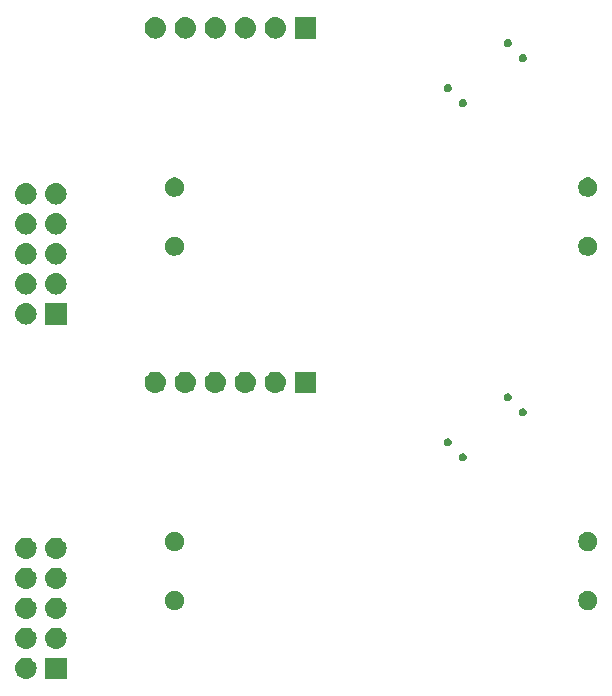
<source format=gbs>
G04 #@! TF.GenerationSoftware,KiCad,Pcbnew,(5.1.4-0)*
G04 #@! TF.CreationDate,2019-09-26T23:54:48+09:00*
G04 #@! TF.ProjectId,PiRoombaBoard_ALL,5069526f-6f6d-4626-9142-6f6172645f41,1*
G04 #@! TF.SameCoordinates,PX490d2c0PY808e280*
G04 #@! TF.FileFunction,Soldermask,Bot*
G04 #@! TF.FilePolarity,Negative*
%FSLAX46Y46*%
G04 Gerber Fmt 4.6, Leading zero omitted, Abs format (unit mm)*
G04 Created by KiCad (PCBNEW (5.1.4-0)) date 2019-09-26 23:54:48*
%MOMM*%
%LPD*%
G04 APERTURE LIST*
%ADD10C,0.100000*%
G04 APERTURE END LIST*
D10*
G36*
X6456000Y1559000D02*
G01*
X4654000Y1559000D01*
X4654000Y3361000D01*
X6456000Y3361000D01*
X6456000Y1559000D01*
X6456000Y1559000D01*
G37*
G36*
X3125443Y3354481D02*
G01*
X3191627Y3347963D01*
X3361466Y3296443D01*
X3517991Y3212778D01*
X3553729Y3183448D01*
X3655186Y3100186D01*
X3738448Y2998729D01*
X3767778Y2962991D01*
X3851443Y2806466D01*
X3902963Y2636627D01*
X3920359Y2460000D01*
X3902963Y2283373D01*
X3851443Y2113534D01*
X3767778Y1957009D01*
X3738448Y1921271D01*
X3655186Y1819814D01*
X3553729Y1736552D01*
X3517991Y1707222D01*
X3361466Y1623557D01*
X3191627Y1572037D01*
X3125442Y1565518D01*
X3059260Y1559000D01*
X2970740Y1559000D01*
X2904558Y1565518D01*
X2838373Y1572037D01*
X2668534Y1623557D01*
X2512009Y1707222D01*
X2476271Y1736552D01*
X2374814Y1819814D01*
X2291552Y1921271D01*
X2262222Y1957009D01*
X2178557Y2113534D01*
X2127037Y2283373D01*
X2109641Y2460000D01*
X2127037Y2636627D01*
X2178557Y2806466D01*
X2262222Y2962991D01*
X2291552Y2998729D01*
X2374814Y3100186D01*
X2476271Y3183448D01*
X2512009Y3212778D01*
X2668534Y3296443D01*
X2838373Y3347963D01*
X2904557Y3354481D01*
X2970740Y3361000D01*
X3059260Y3361000D01*
X3125443Y3354481D01*
X3125443Y3354481D01*
G37*
G36*
X3125442Y5894482D02*
G01*
X3191627Y5887963D01*
X3361466Y5836443D01*
X3517991Y5752778D01*
X3553729Y5723448D01*
X3655186Y5640186D01*
X3738448Y5538729D01*
X3767778Y5502991D01*
X3851443Y5346466D01*
X3902963Y5176627D01*
X3920359Y5000000D01*
X3902963Y4823373D01*
X3851443Y4653534D01*
X3767778Y4497009D01*
X3738448Y4461271D01*
X3655186Y4359814D01*
X3553729Y4276552D01*
X3517991Y4247222D01*
X3361466Y4163557D01*
X3191627Y4112037D01*
X3125442Y4105518D01*
X3059260Y4099000D01*
X2970740Y4099000D01*
X2904558Y4105518D01*
X2838373Y4112037D01*
X2668534Y4163557D01*
X2512009Y4247222D01*
X2476271Y4276552D01*
X2374814Y4359814D01*
X2291552Y4461271D01*
X2262222Y4497009D01*
X2178557Y4653534D01*
X2127037Y4823373D01*
X2109641Y5000000D01*
X2127037Y5176627D01*
X2178557Y5346466D01*
X2262222Y5502991D01*
X2291552Y5538729D01*
X2374814Y5640186D01*
X2476271Y5723448D01*
X2512009Y5752778D01*
X2668534Y5836443D01*
X2838373Y5887963D01*
X2904558Y5894482D01*
X2970740Y5901000D01*
X3059260Y5901000D01*
X3125442Y5894482D01*
X3125442Y5894482D01*
G37*
G36*
X5665442Y5894482D02*
G01*
X5731627Y5887963D01*
X5901466Y5836443D01*
X6057991Y5752778D01*
X6093729Y5723448D01*
X6195186Y5640186D01*
X6278448Y5538729D01*
X6307778Y5502991D01*
X6391443Y5346466D01*
X6442963Y5176627D01*
X6460359Y5000000D01*
X6442963Y4823373D01*
X6391443Y4653534D01*
X6307778Y4497009D01*
X6278448Y4461271D01*
X6195186Y4359814D01*
X6093729Y4276552D01*
X6057991Y4247222D01*
X5901466Y4163557D01*
X5731627Y4112037D01*
X5665442Y4105518D01*
X5599260Y4099000D01*
X5510740Y4099000D01*
X5444558Y4105518D01*
X5378373Y4112037D01*
X5208534Y4163557D01*
X5052009Y4247222D01*
X5016271Y4276552D01*
X4914814Y4359814D01*
X4831552Y4461271D01*
X4802222Y4497009D01*
X4718557Y4653534D01*
X4667037Y4823373D01*
X4649641Y5000000D01*
X4667037Y5176627D01*
X4718557Y5346466D01*
X4802222Y5502991D01*
X4831552Y5538729D01*
X4914814Y5640186D01*
X5016271Y5723448D01*
X5052009Y5752778D01*
X5208534Y5836443D01*
X5378373Y5887963D01*
X5444558Y5894482D01*
X5510740Y5901000D01*
X5599260Y5901000D01*
X5665442Y5894482D01*
X5665442Y5894482D01*
G37*
G36*
X3125442Y8434482D02*
G01*
X3191627Y8427963D01*
X3361466Y8376443D01*
X3517991Y8292778D01*
X3539562Y8275075D01*
X3655186Y8180186D01*
X3738448Y8078729D01*
X3767778Y8042991D01*
X3851443Y7886466D01*
X3902963Y7716627D01*
X3920359Y7540000D01*
X3902963Y7363373D01*
X3851443Y7193534D01*
X3767778Y7037009D01*
X3738448Y7001271D01*
X3655186Y6899814D01*
X3553729Y6816552D01*
X3517991Y6787222D01*
X3361466Y6703557D01*
X3191627Y6652037D01*
X3125442Y6645518D01*
X3059260Y6639000D01*
X2970740Y6639000D01*
X2904558Y6645518D01*
X2838373Y6652037D01*
X2668534Y6703557D01*
X2512009Y6787222D01*
X2476271Y6816552D01*
X2374814Y6899814D01*
X2291552Y7001271D01*
X2262222Y7037009D01*
X2178557Y7193534D01*
X2127037Y7363373D01*
X2109641Y7540000D01*
X2127037Y7716627D01*
X2178557Y7886466D01*
X2262222Y8042991D01*
X2291552Y8078729D01*
X2374814Y8180186D01*
X2490438Y8275075D01*
X2512009Y8292778D01*
X2668534Y8376443D01*
X2838373Y8427963D01*
X2904558Y8434482D01*
X2970740Y8441000D01*
X3059260Y8441000D01*
X3125442Y8434482D01*
X3125442Y8434482D01*
G37*
G36*
X5665442Y8434482D02*
G01*
X5731627Y8427963D01*
X5901466Y8376443D01*
X6057991Y8292778D01*
X6079562Y8275075D01*
X6195186Y8180186D01*
X6278448Y8078729D01*
X6307778Y8042991D01*
X6391443Y7886466D01*
X6442963Y7716627D01*
X6460359Y7540000D01*
X6442963Y7363373D01*
X6391443Y7193534D01*
X6307778Y7037009D01*
X6278448Y7001271D01*
X6195186Y6899814D01*
X6093729Y6816552D01*
X6057991Y6787222D01*
X5901466Y6703557D01*
X5731627Y6652037D01*
X5665442Y6645518D01*
X5599260Y6639000D01*
X5510740Y6639000D01*
X5444558Y6645518D01*
X5378373Y6652037D01*
X5208534Y6703557D01*
X5052009Y6787222D01*
X5016271Y6816552D01*
X4914814Y6899814D01*
X4831552Y7001271D01*
X4802222Y7037009D01*
X4718557Y7193534D01*
X4667037Y7363373D01*
X4649641Y7540000D01*
X4667037Y7716627D01*
X4718557Y7886466D01*
X4802222Y8042991D01*
X4831552Y8078729D01*
X4914814Y8180186D01*
X5030438Y8275075D01*
X5052009Y8292778D01*
X5208534Y8376443D01*
X5378373Y8427963D01*
X5444558Y8434482D01*
X5510740Y8441000D01*
X5599260Y8441000D01*
X5665442Y8434482D01*
X5665442Y8434482D01*
G37*
G36*
X50827142Y8976758D02*
G01*
X50975101Y8915471D01*
X51108255Y8826501D01*
X51221501Y8713255D01*
X51310471Y8580101D01*
X51371758Y8432142D01*
X51403000Y8275075D01*
X51403000Y8114925D01*
X51371758Y7957858D01*
X51310471Y7809899D01*
X51221501Y7676745D01*
X51108255Y7563499D01*
X50975101Y7474529D01*
X50827142Y7413242D01*
X50670075Y7382000D01*
X50509925Y7382000D01*
X50352858Y7413242D01*
X50204899Y7474529D01*
X50071745Y7563499D01*
X49958499Y7676745D01*
X49869529Y7809899D01*
X49808242Y7957858D01*
X49777000Y8114925D01*
X49777000Y8275075D01*
X49808242Y8432142D01*
X49869529Y8580101D01*
X49958499Y8713255D01*
X50071745Y8826501D01*
X50204899Y8915471D01*
X50352858Y8976758D01*
X50509925Y9008000D01*
X50670075Y9008000D01*
X50827142Y8976758D01*
X50827142Y8976758D01*
G37*
G36*
X15827142Y8976758D02*
G01*
X15975101Y8915471D01*
X16108255Y8826501D01*
X16221501Y8713255D01*
X16310471Y8580101D01*
X16371758Y8432142D01*
X16403000Y8275075D01*
X16403000Y8114925D01*
X16371758Y7957858D01*
X16310471Y7809899D01*
X16221501Y7676745D01*
X16108255Y7563499D01*
X15975101Y7474529D01*
X15827142Y7413242D01*
X15670075Y7382000D01*
X15509925Y7382000D01*
X15352858Y7413242D01*
X15204899Y7474529D01*
X15071745Y7563499D01*
X14958499Y7676745D01*
X14869529Y7809899D01*
X14808242Y7957858D01*
X14777000Y8114925D01*
X14777000Y8275075D01*
X14808242Y8432142D01*
X14869529Y8580101D01*
X14958499Y8713255D01*
X15071745Y8826501D01*
X15204899Y8915471D01*
X15352858Y8976758D01*
X15509925Y9008000D01*
X15670075Y9008000D01*
X15827142Y8976758D01*
X15827142Y8976758D01*
G37*
G36*
X5665443Y10974481D02*
G01*
X5731627Y10967963D01*
X5901466Y10916443D01*
X6057991Y10832778D01*
X6093729Y10803448D01*
X6195186Y10720186D01*
X6278448Y10618729D01*
X6307778Y10582991D01*
X6391443Y10426466D01*
X6442963Y10256627D01*
X6460359Y10080000D01*
X6442963Y9903373D01*
X6391443Y9733534D01*
X6307778Y9577009D01*
X6278448Y9541271D01*
X6195186Y9439814D01*
X6093729Y9356552D01*
X6057991Y9327222D01*
X5901466Y9243557D01*
X5731627Y9192037D01*
X5665443Y9185519D01*
X5599260Y9179000D01*
X5510740Y9179000D01*
X5444557Y9185519D01*
X5378373Y9192037D01*
X5208534Y9243557D01*
X5052009Y9327222D01*
X5016271Y9356552D01*
X4914814Y9439814D01*
X4831552Y9541271D01*
X4802222Y9577009D01*
X4718557Y9733534D01*
X4667037Y9903373D01*
X4649641Y10080000D01*
X4667037Y10256627D01*
X4718557Y10426466D01*
X4802222Y10582991D01*
X4831552Y10618729D01*
X4914814Y10720186D01*
X5016271Y10803448D01*
X5052009Y10832778D01*
X5208534Y10916443D01*
X5378373Y10967963D01*
X5444557Y10974481D01*
X5510740Y10981000D01*
X5599260Y10981000D01*
X5665443Y10974481D01*
X5665443Y10974481D01*
G37*
G36*
X3125443Y10974481D02*
G01*
X3191627Y10967963D01*
X3361466Y10916443D01*
X3517991Y10832778D01*
X3553729Y10803448D01*
X3655186Y10720186D01*
X3738448Y10618729D01*
X3767778Y10582991D01*
X3851443Y10426466D01*
X3902963Y10256627D01*
X3920359Y10080000D01*
X3902963Y9903373D01*
X3851443Y9733534D01*
X3767778Y9577009D01*
X3738448Y9541271D01*
X3655186Y9439814D01*
X3553729Y9356552D01*
X3517991Y9327222D01*
X3361466Y9243557D01*
X3191627Y9192037D01*
X3125443Y9185519D01*
X3059260Y9179000D01*
X2970740Y9179000D01*
X2904557Y9185519D01*
X2838373Y9192037D01*
X2668534Y9243557D01*
X2512009Y9327222D01*
X2476271Y9356552D01*
X2374814Y9439814D01*
X2291552Y9541271D01*
X2262222Y9577009D01*
X2178557Y9733534D01*
X2127037Y9903373D01*
X2109641Y10080000D01*
X2127037Y10256627D01*
X2178557Y10426466D01*
X2262222Y10582991D01*
X2291552Y10618729D01*
X2374814Y10720186D01*
X2476271Y10803448D01*
X2512009Y10832778D01*
X2668534Y10916443D01*
X2838373Y10967963D01*
X2904557Y10974481D01*
X2970740Y10981000D01*
X3059260Y10981000D01*
X3125443Y10974481D01*
X3125443Y10974481D01*
G37*
G36*
X5665443Y13514481D02*
G01*
X5731627Y13507963D01*
X5901466Y13456443D01*
X6057991Y13372778D01*
X6093729Y13343448D01*
X6195186Y13260186D01*
X6278448Y13158729D01*
X6307778Y13122991D01*
X6391443Y12966466D01*
X6442963Y12796627D01*
X6460359Y12620000D01*
X6442963Y12443373D01*
X6391443Y12273534D01*
X6307778Y12117009D01*
X6278448Y12081271D01*
X6195186Y11979814D01*
X6093729Y11896552D01*
X6057991Y11867222D01*
X5901466Y11783557D01*
X5731627Y11732037D01*
X5665442Y11725518D01*
X5599260Y11719000D01*
X5510740Y11719000D01*
X5444558Y11725518D01*
X5378373Y11732037D01*
X5208534Y11783557D01*
X5052009Y11867222D01*
X5016271Y11896552D01*
X4914814Y11979814D01*
X4831552Y12081271D01*
X4802222Y12117009D01*
X4718557Y12273534D01*
X4667037Y12443373D01*
X4649641Y12620000D01*
X4667037Y12796627D01*
X4718557Y12966466D01*
X4802222Y13122991D01*
X4831552Y13158729D01*
X4914814Y13260186D01*
X5016271Y13343448D01*
X5052009Y13372778D01*
X5208534Y13456443D01*
X5378373Y13507963D01*
X5444557Y13514481D01*
X5510740Y13521000D01*
X5599260Y13521000D01*
X5665443Y13514481D01*
X5665443Y13514481D01*
G37*
G36*
X3125443Y13514481D02*
G01*
X3191627Y13507963D01*
X3361466Y13456443D01*
X3517991Y13372778D01*
X3553729Y13343448D01*
X3655186Y13260186D01*
X3738448Y13158729D01*
X3767778Y13122991D01*
X3851443Y12966466D01*
X3902963Y12796627D01*
X3920359Y12620000D01*
X3902963Y12443373D01*
X3851443Y12273534D01*
X3767778Y12117009D01*
X3738448Y12081271D01*
X3655186Y11979814D01*
X3553729Y11896552D01*
X3517991Y11867222D01*
X3361466Y11783557D01*
X3191627Y11732037D01*
X3125442Y11725518D01*
X3059260Y11719000D01*
X2970740Y11719000D01*
X2904558Y11725518D01*
X2838373Y11732037D01*
X2668534Y11783557D01*
X2512009Y11867222D01*
X2476271Y11896552D01*
X2374814Y11979814D01*
X2291552Y12081271D01*
X2262222Y12117009D01*
X2178557Y12273534D01*
X2127037Y12443373D01*
X2109641Y12620000D01*
X2127037Y12796627D01*
X2178557Y12966466D01*
X2262222Y13122991D01*
X2291552Y13158729D01*
X2374814Y13260186D01*
X2476271Y13343448D01*
X2512009Y13372778D01*
X2668534Y13456443D01*
X2838373Y13507963D01*
X2904557Y13514481D01*
X2970740Y13521000D01*
X3059260Y13521000D01*
X3125443Y13514481D01*
X3125443Y13514481D01*
G37*
G36*
X50827142Y13976758D02*
G01*
X50975101Y13915471D01*
X51108255Y13826501D01*
X51221501Y13713255D01*
X51310471Y13580101D01*
X51371758Y13432142D01*
X51403000Y13275075D01*
X51403000Y13114925D01*
X51371758Y12957858D01*
X51310471Y12809899D01*
X51221501Y12676745D01*
X51108255Y12563499D01*
X50975101Y12474529D01*
X50827142Y12413242D01*
X50670075Y12382000D01*
X50509925Y12382000D01*
X50352858Y12413242D01*
X50204899Y12474529D01*
X50071745Y12563499D01*
X49958499Y12676745D01*
X49869529Y12809899D01*
X49808242Y12957858D01*
X49777000Y13114925D01*
X49777000Y13275075D01*
X49808242Y13432142D01*
X49869529Y13580101D01*
X49958499Y13713255D01*
X50071745Y13826501D01*
X50204899Y13915471D01*
X50352858Y13976758D01*
X50509925Y14008000D01*
X50670075Y14008000D01*
X50827142Y13976758D01*
X50827142Y13976758D01*
G37*
G36*
X15827142Y13976758D02*
G01*
X15975101Y13915471D01*
X16108255Y13826501D01*
X16221501Y13713255D01*
X16310471Y13580101D01*
X16371758Y13432142D01*
X16403000Y13275075D01*
X16403000Y13114925D01*
X16371758Y12957858D01*
X16310471Y12809899D01*
X16221501Y12676745D01*
X16108255Y12563499D01*
X15975101Y12474529D01*
X15827142Y12413242D01*
X15670075Y12382000D01*
X15509925Y12382000D01*
X15352858Y12413242D01*
X15204899Y12474529D01*
X15071745Y12563499D01*
X14958499Y12676745D01*
X14869529Y12809899D01*
X14808242Y12957858D01*
X14777000Y13114925D01*
X14777000Y13275075D01*
X14808242Y13432142D01*
X14869529Y13580101D01*
X14958499Y13713255D01*
X15071745Y13826501D01*
X15204899Y13915471D01*
X15352858Y13976758D01*
X15509925Y14008000D01*
X15670075Y14008000D01*
X15827142Y13976758D01*
X15827142Y13976758D01*
G37*
G36*
X40107383Y20657511D02*
G01*
X40107386Y20657510D01*
X40107385Y20657510D01*
X40171258Y20631054D01*
X40228748Y20592640D01*
X40277640Y20543748D01*
X40316054Y20486258D01*
X40337624Y20434182D01*
X40342511Y20422383D01*
X40356000Y20354570D01*
X40356000Y20285430D01*
X40342511Y20217617D01*
X40342510Y20217615D01*
X40316054Y20153742D01*
X40277640Y20096252D01*
X40228748Y20047360D01*
X40171258Y20008946D01*
X40119182Y19987376D01*
X40107383Y19982489D01*
X40039570Y19969000D01*
X39970430Y19969000D01*
X39902617Y19982489D01*
X39890818Y19987376D01*
X39838742Y20008946D01*
X39781252Y20047360D01*
X39732360Y20096252D01*
X39693946Y20153742D01*
X39667490Y20217615D01*
X39667489Y20217617D01*
X39654000Y20285430D01*
X39654000Y20354570D01*
X39667489Y20422383D01*
X39672376Y20434182D01*
X39693946Y20486258D01*
X39732360Y20543748D01*
X39781252Y20592640D01*
X39838742Y20631054D01*
X39902615Y20657510D01*
X39902614Y20657510D01*
X39902617Y20657511D01*
X39970430Y20671000D01*
X40039570Y20671000D01*
X40107383Y20657511D01*
X40107383Y20657511D01*
G37*
G36*
X38837383Y21927511D02*
G01*
X38837386Y21927510D01*
X38837385Y21927510D01*
X38901258Y21901054D01*
X38958748Y21862640D01*
X39007640Y21813748D01*
X39046054Y21756258D01*
X39067624Y21704182D01*
X39072511Y21692383D01*
X39086000Y21624570D01*
X39086000Y21555430D01*
X39072511Y21487617D01*
X39072510Y21487615D01*
X39046054Y21423742D01*
X39007640Y21366252D01*
X38958748Y21317360D01*
X38901258Y21278946D01*
X38849182Y21257376D01*
X38837383Y21252489D01*
X38769570Y21239000D01*
X38700430Y21239000D01*
X38632617Y21252489D01*
X38620818Y21257376D01*
X38568742Y21278946D01*
X38511252Y21317360D01*
X38462360Y21366252D01*
X38423946Y21423742D01*
X38397490Y21487615D01*
X38397489Y21487617D01*
X38384000Y21555430D01*
X38384000Y21624570D01*
X38397489Y21692383D01*
X38402376Y21704182D01*
X38423946Y21756258D01*
X38462360Y21813748D01*
X38511252Y21862640D01*
X38568742Y21901054D01*
X38632615Y21927510D01*
X38632614Y21927510D01*
X38632617Y21927511D01*
X38700430Y21941000D01*
X38769570Y21941000D01*
X38837383Y21927511D01*
X38837383Y21927511D01*
G37*
G36*
X45187383Y24467511D02*
G01*
X45187386Y24467510D01*
X45187385Y24467510D01*
X45251258Y24441054D01*
X45308748Y24402640D01*
X45357640Y24353748D01*
X45396054Y24296258D01*
X45417624Y24244182D01*
X45422511Y24232383D01*
X45436000Y24164570D01*
X45436000Y24095430D01*
X45422511Y24027617D01*
X45422510Y24027615D01*
X45396054Y23963742D01*
X45357640Y23906252D01*
X45308748Y23857360D01*
X45251258Y23818946D01*
X45199182Y23797376D01*
X45187383Y23792489D01*
X45119570Y23779000D01*
X45050430Y23779000D01*
X44982617Y23792489D01*
X44970818Y23797376D01*
X44918742Y23818946D01*
X44861252Y23857360D01*
X44812360Y23906252D01*
X44773946Y23963742D01*
X44747490Y24027615D01*
X44747489Y24027617D01*
X44734000Y24095430D01*
X44734000Y24164570D01*
X44747489Y24232383D01*
X44752376Y24244182D01*
X44773946Y24296258D01*
X44812360Y24353748D01*
X44861252Y24402640D01*
X44918742Y24441054D01*
X44982615Y24467510D01*
X44982614Y24467510D01*
X44982617Y24467511D01*
X45050430Y24481000D01*
X45119570Y24481000D01*
X45187383Y24467511D01*
X45187383Y24467511D01*
G37*
G36*
X43917383Y25737511D02*
G01*
X43917386Y25737510D01*
X43917385Y25737510D01*
X43981258Y25711054D01*
X44038748Y25672640D01*
X44087640Y25623748D01*
X44126054Y25566258D01*
X44147624Y25514182D01*
X44152511Y25502383D01*
X44166000Y25434570D01*
X44166000Y25365430D01*
X44152511Y25297617D01*
X44152510Y25297615D01*
X44126054Y25233742D01*
X44087640Y25176252D01*
X44038748Y25127360D01*
X43981258Y25088946D01*
X43929182Y25067376D01*
X43917383Y25062489D01*
X43849570Y25049000D01*
X43780430Y25049000D01*
X43712617Y25062489D01*
X43700818Y25067376D01*
X43648742Y25088946D01*
X43591252Y25127360D01*
X43542360Y25176252D01*
X43503946Y25233742D01*
X43477490Y25297615D01*
X43477489Y25297617D01*
X43464000Y25365430D01*
X43464000Y25434570D01*
X43477489Y25502383D01*
X43482376Y25514182D01*
X43503946Y25566258D01*
X43542360Y25623748D01*
X43591252Y25672640D01*
X43648742Y25711054D01*
X43712615Y25737510D01*
X43712614Y25737510D01*
X43712617Y25737511D01*
X43780430Y25751000D01*
X43849570Y25751000D01*
X43917383Y25737511D01*
X43917383Y25737511D01*
G37*
G36*
X27571000Y25769000D02*
G01*
X25769000Y25769000D01*
X25769000Y27571000D01*
X27571000Y27571000D01*
X27571000Y25769000D01*
X27571000Y25769000D01*
G37*
G36*
X24240442Y27564482D02*
G01*
X24306627Y27557963D01*
X24476466Y27506443D01*
X24632991Y27422778D01*
X24668729Y27393448D01*
X24770186Y27310186D01*
X24853448Y27208729D01*
X24882778Y27172991D01*
X24966443Y27016466D01*
X25017963Y26846627D01*
X25035359Y26670000D01*
X25017963Y26493373D01*
X24966443Y26323534D01*
X24882778Y26167009D01*
X24853448Y26131271D01*
X24770186Y26029814D01*
X24668729Y25946552D01*
X24632991Y25917222D01*
X24476466Y25833557D01*
X24306627Y25782037D01*
X24240442Y25775518D01*
X24174260Y25769000D01*
X24085740Y25769000D01*
X24019558Y25775518D01*
X23953373Y25782037D01*
X23783534Y25833557D01*
X23627009Y25917222D01*
X23591271Y25946552D01*
X23489814Y26029814D01*
X23406552Y26131271D01*
X23377222Y26167009D01*
X23293557Y26323534D01*
X23242037Y26493373D01*
X23224641Y26670000D01*
X23242037Y26846627D01*
X23293557Y27016466D01*
X23377222Y27172991D01*
X23406552Y27208729D01*
X23489814Y27310186D01*
X23591271Y27393448D01*
X23627009Y27422778D01*
X23783534Y27506443D01*
X23953373Y27557963D01*
X24019558Y27564482D01*
X24085740Y27571000D01*
X24174260Y27571000D01*
X24240442Y27564482D01*
X24240442Y27564482D01*
G37*
G36*
X14080442Y27564482D02*
G01*
X14146627Y27557963D01*
X14316466Y27506443D01*
X14472991Y27422778D01*
X14508729Y27393448D01*
X14610186Y27310186D01*
X14693448Y27208729D01*
X14722778Y27172991D01*
X14806443Y27016466D01*
X14857963Y26846627D01*
X14875359Y26670000D01*
X14857963Y26493373D01*
X14806443Y26323534D01*
X14722778Y26167009D01*
X14693448Y26131271D01*
X14610186Y26029814D01*
X14508729Y25946552D01*
X14472991Y25917222D01*
X14316466Y25833557D01*
X14146627Y25782037D01*
X14080442Y25775518D01*
X14014260Y25769000D01*
X13925740Y25769000D01*
X13859558Y25775518D01*
X13793373Y25782037D01*
X13623534Y25833557D01*
X13467009Y25917222D01*
X13431271Y25946552D01*
X13329814Y26029814D01*
X13246552Y26131271D01*
X13217222Y26167009D01*
X13133557Y26323534D01*
X13082037Y26493373D01*
X13064641Y26670000D01*
X13082037Y26846627D01*
X13133557Y27016466D01*
X13217222Y27172991D01*
X13246552Y27208729D01*
X13329814Y27310186D01*
X13431271Y27393448D01*
X13467009Y27422778D01*
X13623534Y27506443D01*
X13793373Y27557963D01*
X13859558Y27564482D01*
X13925740Y27571000D01*
X14014260Y27571000D01*
X14080442Y27564482D01*
X14080442Y27564482D01*
G37*
G36*
X16620442Y27564482D02*
G01*
X16686627Y27557963D01*
X16856466Y27506443D01*
X17012991Y27422778D01*
X17048729Y27393448D01*
X17150186Y27310186D01*
X17233448Y27208729D01*
X17262778Y27172991D01*
X17346443Y27016466D01*
X17397963Y26846627D01*
X17415359Y26670000D01*
X17397963Y26493373D01*
X17346443Y26323534D01*
X17262778Y26167009D01*
X17233448Y26131271D01*
X17150186Y26029814D01*
X17048729Y25946552D01*
X17012991Y25917222D01*
X16856466Y25833557D01*
X16686627Y25782037D01*
X16620442Y25775518D01*
X16554260Y25769000D01*
X16465740Y25769000D01*
X16399558Y25775518D01*
X16333373Y25782037D01*
X16163534Y25833557D01*
X16007009Y25917222D01*
X15971271Y25946552D01*
X15869814Y26029814D01*
X15786552Y26131271D01*
X15757222Y26167009D01*
X15673557Y26323534D01*
X15622037Y26493373D01*
X15604641Y26670000D01*
X15622037Y26846627D01*
X15673557Y27016466D01*
X15757222Y27172991D01*
X15786552Y27208729D01*
X15869814Y27310186D01*
X15971271Y27393448D01*
X16007009Y27422778D01*
X16163534Y27506443D01*
X16333373Y27557963D01*
X16399558Y27564482D01*
X16465740Y27571000D01*
X16554260Y27571000D01*
X16620442Y27564482D01*
X16620442Y27564482D01*
G37*
G36*
X19160442Y27564482D02*
G01*
X19226627Y27557963D01*
X19396466Y27506443D01*
X19552991Y27422778D01*
X19588729Y27393448D01*
X19690186Y27310186D01*
X19773448Y27208729D01*
X19802778Y27172991D01*
X19886443Y27016466D01*
X19937963Y26846627D01*
X19955359Y26670000D01*
X19937963Y26493373D01*
X19886443Y26323534D01*
X19802778Y26167009D01*
X19773448Y26131271D01*
X19690186Y26029814D01*
X19588729Y25946552D01*
X19552991Y25917222D01*
X19396466Y25833557D01*
X19226627Y25782037D01*
X19160442Y25775518D01*
X19094260Y25769000D01*
X19005740Y25769000D01*
X18939558Y25775518D01*
X18873373Y25782037D01*
X18703534Y25833557D01*
X18547009Y25917222D01*
X18511271Y25946552D01*
X18409814Y26029814D01*
X18326552Y26131271D01*
X18297222Y26167009D01*
X18213557Y26323534D01*
X18162037Y26493373D01*
X18144641Y26670000D01*
X18162037Y26846627D01*
X18213557Y27016466D01*
X18297222Y27172991D01*
X18326552Y27208729D01*
X18409814Y27310186D01*
X18511271Y27393448D01*
X18547009Y27422778D01*
X18703534Y27506443D01*
X18873373Y27557963D01*
X18939558Y27564482D01*
X19005740Y27571000D01*
X19094260Y27571000D01*
X19160442Y27564482D01*
X19160442Y27564482D01*
G37*
G36*
X21700442Y27564482D02*
G01*
X21766627Y27557963D01*
X21936466Y27506443D01*
X22092991Y27422778D01*
X22128729Y27393448D01*
X22230186Y27310186D01*
X22313448Y27208729D01*
X22342778Y27172991D01*
X22426443Y27016466D01*
X22477963Y26846627D01*
X22495359Y26670000D01*
X22477963Y26493373D01*
X22426443Y26323534D01*
X22342778Y26167009D01*
X22313448Y26131271D01*
X22230186Y26029814D01*
X22128729Y25946552D01*
X22092991Y25917222D01*
X21936466Y25833557D01*
X21766627Y25782037D01*
X21700442Y25775518D01*
X21634260Y25769000D01*
X21545740Y25769000D01*
X21479558Y25775518D01*
X21413373Y25782037D01*
X21243534Y25833557D01*
X21087009Y25917222D01*
X21051271Y25946552D01*
X20949814Y26029814D01*
X20866552Y26131271D01*
X20837222Y26167009D01*
X20753557Y26323534D01*
X20702037Y26493373D01*
X20684641Y26670000D01*
X20702037Y26846627D01*
X20753557Y27016466D01*
X20837222Y27172991D01*
X20866552Y27208729D01*
X20949814Y27310186D01*
X21051271Y27393448D01*
X21087009Y27422778D01*
X21243534Y27506443D01*
X21413373Y27557963D01*
X21479558Y27564482D01*
X21545740Y27571000D01*
X21634260Y27571000D01*
X21700442Y27564482D01*
X21700442Y27564482D01*
G37*
G36*
X3125443Y33354481D02*
G01*
X3191627Y33347963D01*
X3361466Y33296443D01*
X3517991Y33212778D01*
X3553729Y33183448D01*
X3655186Y33100186D01*
X3738448Y32998729D01*
X3767778Y32962991D01*
X3851443Y32806466D01*
X3902963Y32636627D01*
X3920359Y32460000D01*
X3902963Y32283373D01*
X3851443Y32113534D01*
X3767778Y31957009D01*
X3738448Y31921271D01*
X3655186Y31819814D01*
X3553729Y31736552D01*
X3517991Y31707222D01*
X3361466Y31623557D01*
X3191627Y31572037D01*
X3125443Y31565519D01*
X3059260Y31559000D01*
X2970740Y31559000D01*
X2904557Y31565519D01*
X2838373Y31572037D01*
X2668534Y31623557D01*
X2512009Y31707222D01*
X2476271Y31736552D01*
X2374814Y31819814D01*
X2291552Y31921271D01*
X2262222Y31957009D01*
X2178557Y32113534D01*
X2127037Y32283373D01*
X2109641Y32460000D01*
X2127037Y32636627D01*
X2178557Y32806466D01*
X2262222Y32962991D01*
X2291552Y32998729D01*
X2374814Y33100186D01*
X2476271Y33183448D01*
X2512009Y33212778D01*
X2668534Y33296443D01*
X2838373Y33347963D01*
X2904557Y33354481D01*
X2970740Y33361000D01*
X3059260Y33361000D01*
X3125443Y33354481D01*
X3125443Y33354481D01*
G37*
G36*
X6456000Y31559000D02*
G01*
X4654000Y31559000D01*
X4654000Y33361000D01*
X6456000Y33361000D01*
X6456000Y31559000D01*
X6456000Y31559000D01*
G37*
G36*
X3125442Y35894482D02*
G01*
X3191627Y35887963D01*
X3361466Y35836443D01*
X3517991Y35752778D01*
X3553729Y35723448D01*
X3655186Y35640186D01*
X3738448Y35538729D01*
X3767778Y35502991D01*
X3851443Y35346466D01*
X3902963Y35176627D01*
X3920359Y35000000D01*
X3902963Y34823373D01*
X3851443Y34653534D01*
X3767778Y34497009D01*
X3738448Y34461271D01*
X3655186Y34359814D01*
X3553729Y34276552D01*
X3517991Y34247222D01*
X3361466Y34163557D01*
X3191627Y34112037D01*
X3125443Y34105519D01*
X3059260Y34099000D01*
X2970740Y34099000D01*
X2904557Y34105519D01*
X2838373Y34112037D01*
X2668534Y34163557D01*
X2512009Y34247222D01*
X2476271Y34276552D01*
X2374814Y34359814D01*
X2291552Y34461271D01*
X2262222Y34497009D01*
X2178557Y34653534D01*
X2127037Y34823373D01*
X2109641Y35000000D01*
X2127037Y35176627D01*
X2178557Y35346466D01*
X2262222Y35502991D01*
X2291552Y35538729D01*
X2374814Y35640186D01*
X2476271Y35723448D01*
X2512009Y35752778D01*
X2668534Y35836443D01*
X2838373Y35887963D01*
X2904558Y35894482D01*
X2970740Y35901000D01*
X3059260Y35901000D01*
X3125442Y35894482D01*
X3125442Y35894482D01*
G37*
G36*
X5665442Y35894482D02*
G01*
X5731627Y35887963D01*
X5901466Y35836443D01*
X6057991Y35752778D01*
X6093729Y35723448D01*
X6195186Y35640186D01*
X6278448Y35538729D01*
X6307778Y35502991D01*
X6391443Y35346466D01*
X6442963Y35176627D01*
X6460359Y35000000D01*
X6442963Y34823373D01*
X6391443Y34653534D01*
X6307778Y34497009D01*
X6278448Y34461271D01*
X6195186Y34359814D01*
X6093729Y34276552D01*
X6057991Y34247222D01*
X5901466Y34163557D01*
X5731627Y34112037D01*
X5665443Y34105519D01*
X5599260Y34099000D01*
X5510740Y34099000D01*
X5444557Y34105519D01*
X5378373Y34112037D01*
X5208534Y34163557D01*
X5052009Y34247222D01*
X5016271Y34276552D01*
X4914814Y34359814D01*
X4831552Y34461271D01*
X4802222Y34497009D01*
X4718557Y34653534D01*
X4667037Y34823373D01*
X4649641Y35000000D01*
X4667037Y35176627D01*
X4718557Y35346466D01*
X4802222Y35502991D01*
X4831552Y35538729D01*
X4914814Y35640186D01*
X5016271Y35723448D01*
X5052009Y35752778D01*
X5208534Y35836443D01*
X5378373Y35887963D01*
X5444558Y35894482D01*
X5510740Y35901000D01*
X5599260Y35901000D01*
X5665442Y35894482D01*
X5665442Y35894482D01*
G37*
G36*
X3125443Y38434481D02*
G01*
X3191627Y38427963D01*
X3361466Y38376443D01*
X3517991Y38292778D01*
X3539562Y38275075D01*
X3655186Y38180186D01*
X3738448Y38078729D01*
X3767778Y38042991D01*
X3851443Y37886466D01*
X3902963Y37716627D01*
X3920359Y37540000D01*
X3902963Y37363373D01*
X3851443Y37193534D01*
X3767778Y37037009D01*
X3738448Y37001271D01*
X3655186Y36899814D01*
X3553729Y36816552D01*
X3517991Y36787222D01*
X3361466Y36703557D01*
X3191627Y36652037D01*
X3125443Y36645519D01*
X3059260Y36639000D01*
X2970740Y36639000D01*
X2904558Y36645518D01*
X2838373Y36652037D01*
X2668534Y36703557D01*
X2512009Y36787222D01*
X2476271Y36816552D01*
X2374814Y36899814D01*
X2291552Y37001271D01*
X2262222Y37037009D01*
X2178557Y37193534D01*
X2127037Y37363373D01*
X2109641Y37540000D01*
X2127037Y37716627D01*
X2178557Y37886466D01*
X2262222Y38042991D01*
X2291552Y38078729D01*
X2374814Y38180186D01*
X2490438Y38275075D01*
X2512009Y38292778D01*
X2668534Y38376443D01*
X2838373Y38427963D01*
X2904557Y38434481D01*
X2970740Y38441000D01*
X3059260Y38441000D01*
X3125443Y38434481D01*
X3125443Y38434481D01*
G37*
G36*
X5665443Y38434481D02*
G01*
X5731627Y38427963D01*
X5901466Y38376443D01*
X6057991Y38292778D01*
X6079562Y38275075D01*
X6195186Y38180186D01*
X6278448Y38078729D01*
X6307778Y38042991D01*
X6391443Y37886466D01*
X6442963Y37716627D01*
X6460359Y37540000D01*
X6442963Y37363373D01*
X6391443Y37193534D01*
X6307778Y37037009D01*
X6278448Y37001271D01*
X6195186Y36899814D01*
X6093729Y36816552D01*
X6057991Y36787222D01*
X5901466Y36703557D01*
X5731627Y36652037D01*
X5665443Y36645519D01*
X5599260Y36639000D01*
X5510740Y36639000D01*
X5444558Y36645518D01*
X5378373Y36652037D01*
X5208534Y36703557D01*
X5052009Y36787222D01*
X5016271Y36816552D01*
X4914814Y36899814D01*
X4831552Y37001271D01*
X4802222Y37037009D01*
X4718557Y37193534D01*
X4667037Y37363373D01*
X4649641Y37540000D01*
X4667037Y37716627D01*
X4718557Y37886466D01*
X4802222Y38042991D01*
X4831552Y38078729D01*
X4914814Y38180186D01*
X5030438Y38275075D01*
X5052009Y38292778D01*
X5208534Y38376443D01*
X5378373Y38427963D01*
X5444557Y38434481D01*
X5510740Y38441000D01*
X5599260Y38441000D01*
X5665443Y38434481D01*
X5665443Y38434481D01*
G37*
G36*
X15827142Y38976758D02*
G01*
X15975101Y38915471D01*
X16108255Y38826501D01*
X16221501Y38713255D01*
X16310471Y38580101D01*
X16371758Y38432142D01*
X16403000Y38275075D01*
X16403000Y38114925D01*
X16371758Y37957858D01*
X16310471Y37809899D01*
X16221501Y37676745D01*
X16108255Y37563499D01*
X15975101Y37474529D01*
X15827142Y37413242D01*
X15670075Y37382000D01*
X15509925Y37382000D01*
X15352858Y37413242D01*
X15204899Y37474529D01*
X15071745Y37563499D01*
X14958499Y37676745D01*
X14869529Y37809899D01*
X14808242Y37957858D01*
X14777000Y38114925D01*
X14777000Y38275075D01*
X14808242Y38432142D01*
X14869529Y38580101D01*
X14958499Y38713255D01*
X15071745Y38826501D01*
X15204899Y38915471D01*
X15352858Y38976758D01*
X15509925Y39008000D01*
X15670075Y39008000D01*
X15827142Y38976758D01*
X15827142Y38976758D01*
G37*
G36*
X50827142Y38976758D02*
G01*
X50975101Y38915471D01*
X51108255Y38826501D01*
X51221501Y38713255D01*
X51310471Y38580101D01*
X51371758Y38432142D01*
X51403000Y38275075D01*
X51403000Y38114925D01*
X51371758Y37957858D01*
X51310471Y37809899D01*
X51221501Y37676745D01*
X51108255Y37563499D01*
X50975101Y37474529D01*
X50827142Y37413242D01*
X50670075Y37382000D01*
X50509925Y37382000D01*
X50352858Y37413242D01*
X50204899Y37474529D01*
X50071745Y37563499D01*
X49958499Y37676745D01*
X49869529Y37809899D01*
X49808242Y37957858D01*
X49777000Y38114925D01*
X49777000Y38275075D01*
X49808242Y38432142D01*
X49869529Y38580101D01*
X49958499Y38713255D01*
X50071745Y38826501D01*
X50204899Y38915471D01*
X50352858Y38976758D01*
X50509925Y39008000D01*
X50670075Y39008000D01*
X50827142Y38976758D01*
X50827142Y38976758D01*
G37*
G36*
X3125442Y40974482D02*
G01*
X3191627Y40967963D01*
X3361466Y40916443D01*
X3517991Y40832778D01*
X3553729Y40803448D01*
X3655186Y40720186D01*
X3738448Y40618729D01*
X3767778Y40582991D01*
X3851443Y40426466D01*
X3902963Y40256627D01*
X3920359Y40080000D01*
X3902963Y39903373D01*
X3851443Y39733534D01*
X3767778Y39577009D01*
X3738448Y39541271D01*
X3655186Y39439814D01*
X3553729Y39356552D01*
X3517991Y39327222D01*
X3361466Y39243557D01*
X3191627Y39192037D01*
X3125442Y39185518D01*
X3059260Y39179000D01*
X2970740Y39179000D01*
X2904558Y39185518D01*
X2838373Y39192037D01*
X2668534Y39243557D01*
X2512009Y39327222D01*
X2476271Y39356552D01*
X2374814Y39439814D01*
X2291552Y39541271D01*
X2262222Y39577009D01*
X2178557Y39733534D01*
X2127037Y39903373D01*
X2109641Y40080000D01*
X2127037Y40256627D01*
X2178557Y40426466D01*
X2262222Y40582991D01*
X2291552Y40618729D01*
X2374814Y40720186D01*
X2476271Y40803448D01*
X2512009Y40832778D01*
X2668534Y40916443D01*
X2838373Y40967963D01*
X2904558Y40974482D01*
X2970740Y40981000D01*
X3059260Y40981000D01*
X3125442Y40974482D01*
X3125442Y40974482D01*
G37*
G36*
X5665442Y40974482D02*
G01*
X5731627Y40967963D01*
X5901466Y40916443D01*
X6057991Y40832778D01*
X6093729Y40803448D01*
X6195186Y40720186D01*
X6278448Y40618729D01*
X6307778Y40582991D01*
X6391443Y40426466D01*
X6442963Y40256627D01*
X6460359Y40080000D01*
X6442963Y39903373D01*
X6391443Y39733534D01*
X6307778Y39577009D01*
X6278448Y39541271D01*
X6195186Y39439814D01*
X6093729Y39356552D01*
X6057991Y39327222D01*
X5901466Y39243557D01*
X5731627Y39192037D01*
X5665442Y39185518D01*
X5599260Y39179000D01*
X5510740Y39179000D01*
X5444558Y39185518D01*
X5378373Y39192037D01*
X5208534Y39243557D01*
X5052009Y39327222D01*
X5016271Y39356552D01*
X4914814Y39439814D01*
X4831552Y39541271D01*
X4802222Y39577009D01*
X4718557Y39733534D01*
X4667037Y39903373D01*
X4649641Y40080000D01*
X4667037Y40256627D01*
X4718557Y40426466D01*
X4802222Y40582991D01*
X4831552Y40618729D01*
X4914814Y40720186D01*
X5016271Y40803448D01*
X5052009Y40832778D01*
X5208534Y40916443D01*
X5378373Y40967963D01*
X5444558Y40974482D01*
X5510740Y40981000D01*
X5599260Y40981000D01*
X5665442Y40974482D01*
X5665442Y40974482D01*
G37*
G36*
X5665442Y43514482D02*
G01*
X5731627Y43507963D01*
X5901466Y43456443D01*
X6057991Y43372778D01*
X6093729Y43343448D01*
X6195186Y43260186D01*
X6278448Y43158729D01*
X6307778Y43122991D01*
X6391443Y42966466D01*
X6442963Y42796627D01*
X6460359Y42620000D01*
X6442963Y42443373D01*
X6391443Y42273534D01*
X6307778Y42117009D01*
X6278448Y42081271D01*
X6195186Y41979814D01*
X6093729Y41896552D01*
X6057991Y41867222D01*
X5901466Y41783557D01*
X5731627Y41732037D01*
X5665442Y41725518D01*
X5599260Y41719000D01*
X5510740Y41719000D01*
X5444558Y41725518D01*
X5378373Y41732037D01*
X5208534Y41783557D01*
X5052009Y41867222D01*
X5016271Y41896552D01*
X4914814Y41979814D01*
X4831552Y42081271D01*
X4802222Y42117009D01*
X4718557Y42273534D01*
X4667037Y42443373D01*
X4649641Y42620000D01*
X4667037Y42796627D01*
X4718557Y42966466D01*
X4802222Y43122991D01*
X4831552Y43158729D01*
X4914814Y43260186D01*
X5016271Y43343448D01*
X5052009Y43372778D01*
X5208534Y43456443D01*
X5378373Y43507963D01*
X5444558Y43514482D01*
X5510740Y43521000D01*
X5599260Y43521000D01*
X5665442Y43514482D01*
X5665442Y43514482D01*
G37*
G36*
X3125442Y43514482D02*
G01*
X3191627Y43507963D01*
X3361466Y43456443D01*
X3517991Y43372778D01*
X3553729Y43343448D01*
X3655186Y43260186D01*
X3738448Y43158729D01*
X3767778Y43122991D01*
X3851443Y42966466D01*
X3902963Y42796627D01*
X3920359Y42620000D01*
X3902963Y42443373D01*
X3851443Y42273534D01*
X3767778Y42117009D01*
X3738448Y42081271D01*
X3655186Y41979814D01*
X3553729Y41896552D01*
X3517991Y41867222D01*
X3361466Y41783557D01*
X3191627Y41732037D01*
X3125442Y41725518D01*
X3059260Y41719000D01*
X2970740Y41719000D01*
X2904558Y41725518D01*
X2838373Y41732037D01*
X2668534Y41783557D01*
X2512009Y41867222D01*
X2476271Y41896552D01*
X2374814Y41979814D01*
X2291552Y42081271D01*
X2262222Y42117009D01*
X2178557Y42273534D01*
X2127037Y42443373D01*
X2109641Y42620000D01*
X2127037Y42796627D01*
X2178557Y42966466D01*
X2262222Y43122991D01*
X2291552Y43158729D01*
X2374814Y43260186D01*
X2476271Y43343448D01*
X2512009Y43372778D01*
X2668534Y43456443D01*
X2838373Y43507963D01*
X2904558Y43514482D01*
X2970740Y43521000D01*
X3059260Y43521000D01*
X3125442Y43514482D01*
X3125442Y43514482D01*
G37*
G36*
X15827142Y43976758D02*
G01*
X15975101Y43915471D01*
X16108255Y43826501D01*
X16221501Y43713255D01*
X16310471Y43580101D01*
X16371758Y43432142D01*
X16403000Y43275075D01*
X16403000Y43114925D01*
X16371758Y42957858D01*
X16310471Y42809899D01*
X16221501Y42676745D01*
X16108255Y42563499D01*
X15975101Y42474529D01*
X15827142Y42413242D01*
X15670075Y42382000D01*
X15509925Y42382000D01*
X15352858Y42413242D01*
X15204899Y42474529D01*
X15071745Y42563499D01*
X14958499Y42676745D01*
X14869529Y42809899D01*
X14808242Y42957858D01*
X14777000Y43114925D01*
X14777000Y43275075D01*
X14808242Y43432142D01*
X14869529Y43580101D01*
X14958499Y43713255D01*
X15071745Y43826501D01*
X15204899Y43915471D01*
X15352858Y43976758D01*
X15509925Y44008000D01*
X15670075Y44008000D01*
X15827142Y43976758D01*
X15827142Y43976758D01*
G37*
G36*
X50827142Y43976758D02*
G01*
X50975101Y43915471D01*
X51108255Y43826501D01*
X51221501Y43713255D01*
X51310471Y43580101D01*
X51371758Y43432142D01*
X51403000Y43275075D01*
X51403000Y43114925D01*
X51371758Y42957858D01*
X51310471Y42809899D01*
X51221501Y42676745D01*
X51108255Y42563499D01*
X50975101Y42474529D01*
X50827142Y42413242D01*
X50670075Y42382000D01*
X50509925Y42382000D01*
X50352858Y42413242D01*
X50204899Y42474529D01*
X50071745Y42563499D01*
X49958499Y42676745D01*
X49869529Y42809899D01*
X49808242Y42957858D01*
X49777000Y43114925D01*
X49777000Y43275075D01*
X49808242Y43432142D01*
X49869529Y43580101D01*
X49958499Y43713255D01*
X50071745Y43826501D01*
X50204899Y43915471D01*
X50352858Y43976758D01*
X50509925Y44008000D01*
X50670075Y44008000D01*
X50827142Y43976758D01*
X50827142Y43976758D01*
G37*
G36*
X40107383Y50657511D02*
G01*
X40107386Y50657510D01*
X40107385Y50657510D01*
X40171258Y50631054D01*
X40228748Y50592640D01*
X40277640Y50543748D01*
X40316054Y50486258D01*
X40337624Y50434182D01*
X40342511Y50422383D01*
X40356000Y50354570D01*
X40356000Y50285430D01*
X40342511Y50217617D01*
X40342510Y50217615D01*
X40316054Y50153742D01*
X40277640Y50096252D01*
X40228748Y50047360D01*
X40171258Y50008946D01*
X40119182Y49987376D01*
X40107383Y49982489D01*
X40039570Y49969000D01*
X39970430Y49969000D01*
X39902617Y49982489D01*
X39890818Y49987376D01*
X39838742Y50008946D01*
X39781252Y50047360D01*
X39732360Y50096252D01*
X39693946Y50153742D01*
X39667490Y50217615D01*
X39667489Y50217617D01*
X39654000Y50285430D01*
X39654000Y50354570D01*
X39667489Y50422383D01*
X39672376Y50434182D01*
X39693946Y50486258D01*
X39732360Y50543748D01*
X39781252Y50592640D01*
X39838742Y50631054D01*
X39902615Y50657510D01*
X39902614Y50657510D01*
X39902617Y50657511D01*
X39970430Y50671000D01*
X40039570Y50671000D01*
X40107383Y50657511D01*
X40107383Y50657511D01*
G37*
G36*
X38837383Y51927511D02*
G01*
X38837386Y51927510D01*
X38837385Y51927510D01*
X38901258Y51901054D01*
X38958748Y51862640D01*
X39007640Y51813748D01*
X39046054Y51756258D01*
X39067624Y51704182D01*
X39072511Y51692383D01*
X39086000Y51624570D01*
X39086000Y51555430D01*
X39072511Y51487617D01*
X39072510Y51487615D01*
X39046054Y51423742D01*
X39007640Y51366252D01*
X38958748Y51317360D01*
X38901258Y51278946D01*
X38849182Y51257376D01*
X38837383Y51252489D01*
X38769570Y51239000D01*
X38700430Y51239000D01*
X38632617Y51252489D01*
X38620818Y51257376D01*
X38568742Y51278946D01*
X38511252Y51317360D01*
X38462360Y51366252D01*
X38423946Y51423742D01*
X38397490Y51487615D01*
X38397489Y51487617D01*
X38384000Y51555430D01*
X38384000Y51624570D01*
X38397489Y51692383D01*
X38402376Y51704182D01*
X38423946Y51756258D01*
X38462360Y51813748D01*
X38511252Y51862640D01*
X38568742Y51901054D01*
X38632615Y51927510D01*
X38632614Y51927510D01*
X38632617Y51927511D01*
X38700430Y51941000D01*
X38769570Y51941000D01*
X38837383Y51927511D01*
X38837383Y51927511D01*
G37*
G36*
X45187383Y54467511D02*
G01*
X45187386Y54467510D01*
X45187385Y54467510D01*
X45251258Y54441054D01*
X45308748Y54402640D01*
X45357640Y54353748D01*
X45396054Y54296258D01*
X45417624Y54244182D01*
X45422511Y54232383D01*
X45436000Y54164570D01*
X45436000Y54095430D01*
X45422511Y54027617D01*
X45422510Y54027615D01*
X45396054Y53963742D01*
X45357640Y53906252D01*
X45308748Y53857360D01*
X45251258Y53818946D01*
X45199182Y53797376D01*
X45187383Y53792489D01*
X45119570Y53779000D01*
X45050430Y53779000D01*
X44982617Y53792489D01*
X44970818Y53797376D01*
X44918742Y53818946D01*
X44861252Y53857360D01*
X44812360Y53906252D01*
X44773946Y53963742D01*
X44747490Y54027615D01*
X44747489Y54027617D01*
X44734000Y54095430D01*
X44734000Y54164570D01*
X44747489Y54232383D01*
X44752376Y54244182D01*
X44773946Y54296258D01*
X44812360Y54353748D01*
X44861252Y54402640D01*
X44918742Y54441054D01*
X44982615Y54467510D01*
X44982614Y54467510D01*
X44982617Y54467511D01*
X45050430Y54481000D01*
X45119570Y54481000D01*
X45187383Y54467511D01*
X45187383Y54467511D01*
G37*
G36*
X43917383Y55737511D02*
G01*
X43917386Y55737510D01*
X43917385Y55737510D01*
X43981258Y55711054D01*
X44038748Y55672640D01*
X44087640Y55623748D01*
X44126054Y55566258D01*
X44147624Y55514182D01*
X44152511Y55502383D01*
X44166000Y55434570D01*
X44166000Y55365430D01*
X44152511Y55297617D01*
X44152510Y55297615D01*
X44126054Y55233742D01*
X44087640Y55176252D01*
X44038748Y55127360D01*
X43981258Y55088946D01*
X43929182Y55067376D01*
X43917383Y55062489D01*
X43849570Y55049000D01*
X43780430Y55049000D01*
X43712617Y55062489D01*
X43700818Y55067376D01*
X43648742Y55088946D01*
X43591252Y55127360D01*
X43542360Y55176252D01*
X43503946Y55233742D01*
X43477490Y55297615D01*
X43477489Y55297617D01*
X43464000Y55365430D01*
X43464000Y55434570D01*
X43477489Y55502383D01*
X43482376Y55514182D01*
X43503946Y55566258D01*
X43542360Y55623748D01*
X43591252Y55672640D01*
X43648742Y55711054D01*
X43712615Y55737510D01*
X43712614Y55737510D01*
X43712617Y55737511D01*
X43780430Y55751000D01*
X43849570Y55751000D01*
X43917383Y55737511D01*
X43917383Y55737511D01*
G37*
G36*
X24240443Y57564481D02*
G01*
X24306627Y57557963D01*
X24476466Y57506443D01*
X24632991Y57422778D01*
X24668729Y57393448D01*
X24770186Y57310186D01*
X24853448Y57208729D01*
X24882778Y57172991D01*
X24966443Y57016466D01*
X25017963Y56846627D01*
X25035359Y56670000D01*
X25017963Y56493373D01*
X24966443Y56323534D01*
X24882778Y56167009D01*
X24853448Y56131271D01*
X24770186Y56029814D01*
X24668729Y55946552D01*
X24632991Y55917222D01*
X24476466Y55833557D01*
X24306627Y55782037D01*
X24240442Y55775518D01*
X24174260Y55769000D01*
X24085740Y55769000D01*
X24019558Y55775518D01*
X23953373Y55782037D01*
X23783534Y55833557D01*
X23627009Y55917222D01*
X23591271Y55946552D01*
X23489814Y56029814D01*
X23406552Y56131271D01*
X23377222Y56167009D01*
X23293557Y56323534D01*
X23242037Y56493373D01*
X23224641Y56670000D01*
X23242037Y56846627D01*
X23293557Y57016466D01*
X23377222Y57172991D01*
X23406552Y57208729D01*
X23489814Y57310186D01*
X23591271Y57393448D01*
X23627009Y57422778D01*
X23783534Y57506443D01*
X23953373Y57557963D01*
X24019557Y57564481D01*
X24085740Y57571000D01*
X24174260Y57571000D01*
X24240443Y57564481D01*
X24240443Y57564481D01*
G37*
G36*
X21700443Y57564481D02*
G01*
X21766627Y57557963D01*
X21936466Y57506443D01*
X22092991Y57422778D01*
X22128729Y57393448D01*
X22230186Y57310186D01*
X22313448Y57208729D01*
X22342778Y57172991D01*
X22426443Y57016466D01*
X22477963Y56846627D01*
X22495359Y56670000D01*
X22477963Y56493373D01*
X22426443Y56323534D01*
X22342778Y56167009D01*
X22313448Y56131271D01*
X22230186Y56029814D01*
X22128729Y55946552D01*
X22092991Y55917222D01*
X21936466Y55833557D01*
X21766627Y55782037D01*
X21700442Y55775518D01*
X21634260Y55769000D01*
X21545740Y55769000D01*
X21479558Y55775518D01*
X21413373Y55782037D01*
X21243534Y55833557D01*
X21087009Y55917222D01*
X21051271Y55946552D01*
X20949814Y56029814D01*
X20866552Y56131271D01*
X20837222Y56167009D01*
X20753557Y56323534D01*
X20702037Y56493373D01*
X20684641Y56670000D01*
X20702037Y56846627D01*
X20753557Y57016466D01*
X20837222Y57172991D01*
X20866552Y57208729D01*
X20949814Y57310186D01*
X21051271Y57393448D01*
X21087009Y57422778D01*
X21243534Y57506443D01*
X21413373Y57557963D01*
X21479557Y57564481D01*
X21545740Y57571000D01*
X21634260Y57571000D01*
X21700443Y57564481D01*
X21700443Y57564481D01*
G37*
G36*
X19160443Y57564481D02*
G01*
X19226627Y57557963D01*
X19396466Y57506443D01*
X19552991Y57422778D01*
X19588729Y57393448D01*
X19690186Y57310186D01*
X19773448Y57208729D01*
X19802778Y57172991D01*
X19886443Y57016466D01*
X19937963Y56846627D01*
X19955359Y56670000D01*
X19937963Y56493373D01*
X19886443Y56323534D01*
X19802778Y56167009D01*
X19773448Y56131271D01*
X19690186Y56029814D01*
X19588729Y55946552D01*
X19552991Y55917222D01*
X19396466Y55833557D01*
X19226627Y55782037D01*
X19160442Y55775518D01*
X19094260Y55769000D01*
X19005740Y55769000D01*
X18939558Y55775518D01*
X18873373Y55782037D01*
X18703534Y55833557D01*
X18547009Y55917222D01*
X18511271Y55946552D01*
X18409814Y56029814D01*
X18326552Y56131271D01*
X18297222Y56167009D01*
X18213557Y56323534D01*
X18162037Y56493373D01*
X18144641Y56670000D01*
X18162037Y56846627D01*
X18213557Y57016466D01*
X18297222Y57172991D01*
X18326552Y57208729D01*
X18409814Y57310186D01*
X18511271Y57393448D01*
X18547009Y57422778D01*
X18703534Y57506443D01*
X18873373Y57557963D01*
X18939557Y57564481D01*
X19005740Y57571000D01*
X19094260Y57571000D01*
X19160443Y57564481D01*
X19160443Y57564481D01*
G37*
G36*
X16620443Y57564481D02*
G01*
X16686627Y57557963D01*
X16856466Y57506443D01*
X17012991Y57422778D01*
X17048729Y57393448D01*
X17150186Y57310186D01*
X17233448Y57208729D01*
X17262778Y57172991D01*
X17346443Y57016466D01*
X17397963Y56846627D01*
X17415359Y56670000D01*
X17397963Y56493373D01*
X17346443Y56323534D01*
X17262778Y56167009D01*
X17233448Y56131271D01*
X17150186Y56029814D01*
X17048729Y55946552D01*
X17012991Y55917222D01*
X16856466Y55833557D01*
X16686627Y55782037D01*
X16620442Y55775518D01*
X16554260Y55769000D01*
X16465740Y55769000D01*
X16399558Y55775518D01*
X16333373Y55782037D01*
X16163534Y55833557D01*
X16007009Y55917222D01*
X15971271Y55946552D01*
X15869814Y56029814D01*
X15786552Y56131271D01*
X15757222Y56167009D01*
X15673557Y56323534D01*
X15622037Y56493373D01*
X15604641Y56670000D01*
X15622037Y56846627D01*
X15673557Y57016466D01*
X15757222Y57172991D01*
X15786552Y57208729D01*
X15869814Y57310186D01*
X15971271Y57393448D01*
X16007009Y57422778D01*
X16163534Y57506443D01*
X16333373Y57557963D01*
X16399557Y57564481D01*
X16465740Y57571000D01*
X16554260Y57571000D01*
X16620443Y57564481D01*
X16620443Y57564481D01*
G37*
G36*
X14080443Y57564481D02*
G01*
X14146627Y57557963D01*
X14316466Y57506443D01*
X14472991Y57422778D01*
X14508729Y57393448D01*
X14610186Y57310186D01*
X14693448Y57208729D01*
X14722778Y57172991D01*
X14806443Y57016466D01*
X14857963Y56846627D01*
X14875359Y56670000D01*
X14857963Y56493373D01*
X14806443Y56323534D01*
X14722778Y56167009D01*
X14693448Y56131271D01*
X14610186Y56029814D01*
X14508729Y55946552D01*
X14472991Y55917222D01*
X14316466Y55833557D01*
X14146627Y55782037D01*
X14080442Y55775518D01*
X14014260Y55769000D01*
X13925740Y55769000D01*
X13859558Y55775518D01*
X13793373Y55782037D01*
X13623534Y55833557D01*
X13467009Y55917222D01*
X13431271Y55946552D01*
X13329814Y56029814D01*
X13246552Y56131271D01*
X13217222Y56167009D01*
X13133557Y56323534D01*
X13082037Y56493373D01*
X13064641Y56670000D01*
X13082037Y56846627D01*
X13133557Y57016466D01*
X13217222Y57172991D01*
X13246552Y57208729D01*
X13329814Y57310186D01*
X13431271Y57393448D01*
X13467009Y57422778D01*
X13623534Y57506443D01*
X13793373Y57557963D01*
X13859557Y57564481D01*
X13925740Y57571000D01*
X14014260Y57571000D01*
X14080443Y57564481D01*
X14080443Y57564481D01*
G37*
G36*
X27571000Y55769000D02*
G01*
X25769000Y55769000D01*
X25769000Y57571000D01*
X27571000Y57571000D01*
X27571000Y55769000D01*
X27571000Y55769000D01*
G37*
M02*

</source>
